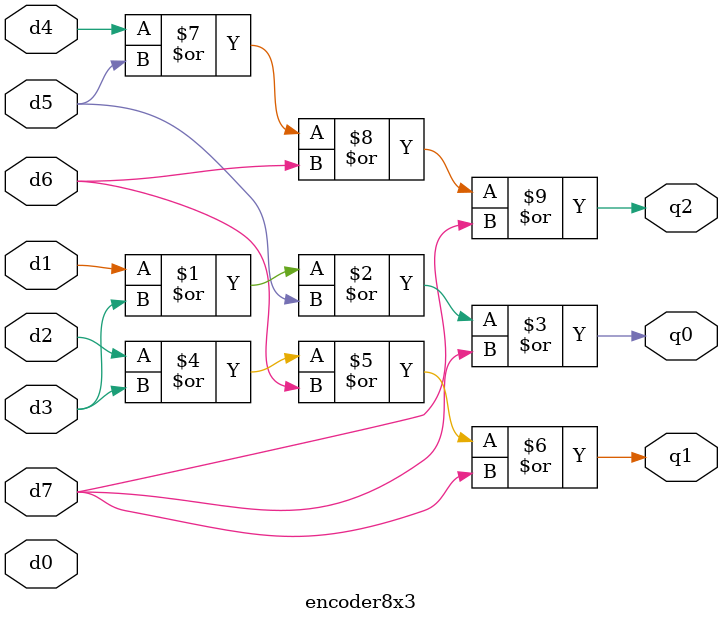
<source format=v>
module encoder8x3(
input d0,d1,d2,d3,d4,d5,d6,d7,
output q2,q1,q0
);
assign q0=d1|d3|d5|d7;
assign q1=d2|d3|d6|d7;
assign q2=d4|d5|d6|d7;
endmodule

</source>
